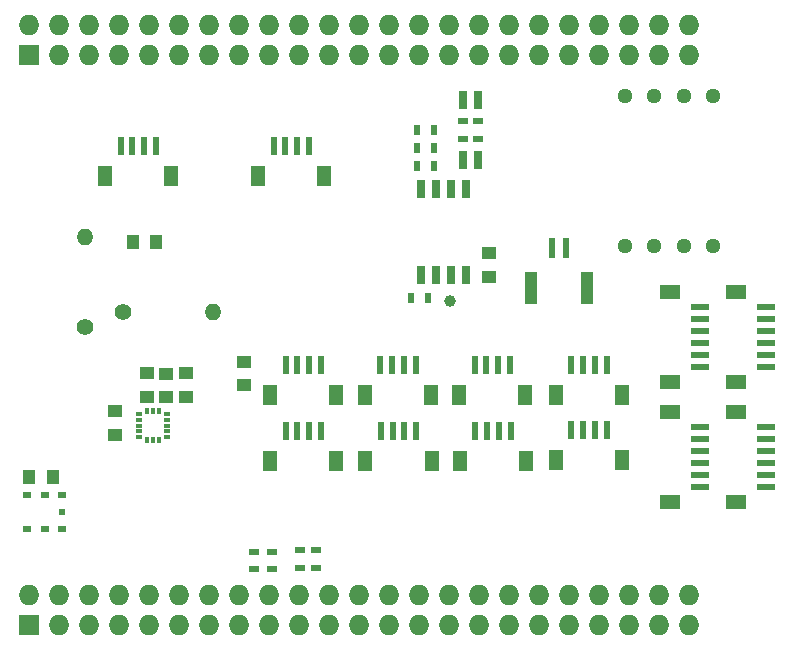
<source format=gbr>
G04 #@! TF.GenerationSoftware,KiCad,Pcbnew,(5.0.0)*
G04 #@! TF.CreationDate,2018-11-04T22:59:11-02:00*
G04 #@! TF.ProjectId,Cape_Beaglebone,436170655F426561676C65626F6E652E,rev?*
G04 #@! TF.SameCoordinates,Original*
G04 #@! TF.FileFunction,Soldermask,Top*
G04 #@! TF.FilePolarity,Negative*
%FSLAX46Y46*%
G04 Gerber Fmt 4.6, Leading zero omitted, Abs format (unit mm)*
G04 Created by KiCad (PCBNEW (5.0.0)) date 11/04/18 22:59:11*
%MOMM*%
%LPD*%
G01*
G04 APERTURE LIST*
%ADD10R,0.600000X1.800000*%
%ADD11R,1.000000X2.800000*%
%ADD12R,1.000000X1.250000*%
%ADD13O,1.400000X1.400000*%
%ADD14C,1.400000*%
%ADD15R,1.727200X1.727200*%
%ADD16O,1.727200X1.727200*%
%ADD17R,0.900000X0.500000*%
%ADD18R,0.600000X0.300000*%
%ADD19R,0.300000X0.600000*%
%ADD20R,0.650000X1.650000*%
%ADD21R,0.700000X0.600000*%
%ADD22R,0.500000X0.600000*%
%ADD23C,1.280000*%
%ADD24C,1.000000*%
%ADD25R,0.760000X1.600000*%
%ADD26R,1.250000X1.000000*%
%ADD27R,1.550000X0.600000*%
%ADD28R,1.800000X1.200000*%
%ADD29R,0.600000X1.550000*%
%ADD30R,1.200000X1.800000*%
%ADD31R,0.500000X0.900000*%
G04 APERTURE END LIST*
D10*
G04 #@! TO.C,J3*
X174235000Y-67940000D03*
X172985000Y-67940000D03*
D11*
X171260000Y-71290000D03*
X175960000Y-71290000D03*
G04 #@! TD*
D12*
G04 #@! TO.C,C34*
X139500000Y-67400000D03*
X137500000Y-67400000D03*
G04 #@! TD*
D13*
G04 #@! TO.C,L2*
X133500000Y-66980000D03*
D14*
X133500000Y-74600000D03*
G04 #@! TD*
D15*
G04 #@! TO.C,P8*
X128736296Y-99876004D03*
D16*
X128736296Y-97336004D03*
X131276296Y-99876004D03*
X131276296Y-97336004D03*
X133816296Y-99876004D03*
X133816296Y-97336004D03*
X136356296Y-99876004D03*
X136356296Y-97336004D03*
X138896296Y-99876004D03*
X138896296Y-97336004D03*
X141436296Y-99876004D03*
X141436296Y-97336004D03*
X143976296Y-99876004D03*
X143976296Y-97336004D03*
X146516296Y-99876004D03*
X146516296Y-97336004D03*
X149056296Y-99876004D03*
X149056296Y-97336004D03*
X151596296Y-99876004D03*
X151596296Y-97336004D03*
X154136296Y-99876004D03*
X154136296Y-97336004D03*
X156676296Y-99876004D03*
X156676296Y-97336004D03*
X159216296Y-99876004D03*
X159216296Y-97336004D03*
X161756296Y-99876004D03*
X161756296Y-97336004D03*
X164296296Y-99876004D03*
X164296296Y-97336004D03*
X166836296Y-99876004D03*
X166836296Y-97336004D03*
X169376296Y-99876004D03*
X169376296Y-97336004D03*
X171916296Y-99876004D03*
X171916296Y-97336004D03*
X174456296Y-99876004D03*
X174456296Y-97336004D03*
X176996296Y-99876004D03*
X176996296Y-97336004D03*
X179536296Y-99876004D03*
X179536296Y-97336004D03*
X182076296Y-99876004D03*
X182076296Y-97336004D03*
X184616296Y-99876004D03*
X184616296Y-97336004D03*
G04 #@! TD*
D14*
G04 #@! TO.C,L1*
X136661096Y-73371104D03*
D13*
X144281096Y-73371104D03*
G04 #@! TD*
D17*
G04 #@! TO.C,R17*
X166747396Y-57190604D03*
X166747396Y-58690604D03*
G04 #@! TD*
G04 #@! TO.C,R18*
X165477396Y-58690604D03*
X165477396Y-57190604D03*
G04 #@! TD*
D18*
G04 #@! TO.C,IC9*
X138019617Y-81965121D03*
X138019617Y-82465121D03*
X138019617Y-82965121D03*
X138019617Y-83465121D03*
X138019617Y-83965121D03*
D19*
X138719617Y-84165121D03*
X139219617Y-84165121D03*
X139719617Y-84165121D03*
D18*
X140419617Y-83965121D03*
X140419617Y-83465121D03*
X140419617Y-82965121D03*
X140419617Y-82465121D03*
X140419617Y-81965121D03*
D19*
X139719617Y-81765121D03*
X139219617Y-81765121D03*
X138719617Y-81765121D03*
G04 #@! TD*
D20*
G04 #@! TO.C,IC5*
X165731396Y-70251604D03*
X164461396Y-70251604D03*
X163191396Y-70251604D03*
X161921396Y-70251604D03*
X161921396Y-62901604D03*
X163191396Y-62901604D03*
X164461396Y-62901604D03*
X165731396Y-62901604D03*
G04 #@! TD*
D21*
G04 #@! TO.C,IC11*
X131549696Y-88826404D03*
X130049696Y-88826404D03*
X128549696Y-88826404D03*
X128549696Y-91726404D03*
X130049696Y-91726404D03*
X131549696Y-91726404D03*
D22*
X131549696Y-90276404D03*
G04 #@! TD*
D23*
G04 #@! TO.C,U1*
X186665896Y-67801604D03*
X184165896Y-67801604D03*
X181665896Y-67801604D03*
X179165896Y-67801604D03*
X179165896Y-55101604D03*
X181665896Y-55101604D03*
X184165896Y-55101604D03*
X186665896Y-55101604D03*
G04 #@! TD*
D24*
G04 #@! TO.C,J5*
X164334396Y-72418604D03*
G04 #@! TD*
D25*
G04 #@! TO.C,SW1*
X166747396Y-55400604D03*
X165477396Y-60480604D03*
X165477396Y-55400604D03*
X166747396Y-60480604D03*
G04 #@! TD*
D26*
G04 #@! TO.C,C33*
X146917396Y-77573104D03*
X146917396Y-79573104D03*
G04 #@! TD*
D27*
G04 #@! TO.C,J11*
X185535896Y-88126604D03*
X185535896Y-87126604D03*
X185535896Y-86126604D03*
X185535896Y-85126604D03*
X185535896Y-84126604D03*
X185535896Y-83126604D03*
D28*
X183010896Y-89426604D03*
X183010896Y-81826604D03*
G04 #@! TD*
D27*
G04 #@! TO.C,J4*
X185535896Y-77966604D03*
X185535896Y-76966604D03*
X185535896Y-75966604D03*
X185535896Y-74966604D03*
X185535896Y-73966604D03*
X185535896Y-72966604D03*
D28*
X183010896Y-79266604D03*
X183010896Y-71666604D03*
G04 #@! TD*
D27*
G04 #@! TO.C,J6*
X191123896Y-77966604D03*
X191123896Y-76966604D03*
X191123896Y-75966604D03*
X191123896Y-74966604D03*
X191123896Y-73966604D03*
X191123896Y-72966604D03*
D28*
X188598896Y-79266604D03*
X188598896Y-71666604D03*
G04 #@! TD*
D27*
G04 #@! TO.C,J16*
X191123896Y-88126604D03*
X191123896Y-87126604D03*
X191123896Y-86126604D03*
X191123896Y-85126604D03*
X191123896Y-84126604D03*
X191123896Y-83126604D03*
D28*
X188598896Y-89426604D03*
X188598896Y-81826604D03*
G04 #@! TD*
D29*
G04 #@! TO.C,J1*
X139475896Y-59289104D03*
X138475896Y-59289104D03*
X137475896Y-59289104D03*
X136475896Y-59289104D03*
D30*
X140775896Y-61814104D03*
X135175896Y-61814104D03*
G04 #@! TD*
D29*
G04 #@! TO.C,J2*
X152435896Y-59281604D03*
X151435896Y-59281604D03*
X150435896Y-59281604D03*
X149435896Y-59281604D03*
D30*
X153735896Y-61806604D03*
X148135896Y-61806604D03*
G04 #@! TD*
D29*
G04 #@! TO.C,J7*
X153451896Y-83411604D03*
X152451896Y-83411604D03*
X151451896Y-83411604D03*
X150451896Y-83411604D03*
D30*
X154751896Y-85936604D03*
X149151896Y-85936604D03*
G04 #@! TD*
D29*
G04 #@! TO.C,J8*
X153451896Y-77823604D03*
X152451896Y-77823604D03*
X151451896Y-77823604D03*
X150451896Y-77823604D03*
D30*
X154751896Y-80348604D03*
X149151896Y-80348604D03*
G04 #@! TD*
D29*
G04 #@! TO.C,J9*
X161516396Y-83411604D03*
X160516396Y-83411604D03*
X159516396Y-83411604D03*
X158516396Y-83411604D03*
D30*
X162816396Y-85936604D03*
X157216396Y-85936604D03*
G04 #@! TD*
D29*
G04 #@! TO.C,J10*
X161452896Y-77823604D03*
X160452896Y-77823604D03*
X159452896Y-77823604D03*
X158452896Y-77823604D03*
D30*
X162752896Y-80348604D03*
X157152896Y-80348604D03*
G04 #@! TD*
D29*
G04 #@! TO.C,J12*
X177645396Y-83348104D03*
X176645396Y-83348104D03*
X175645396Y-83348104D03*
X174645396Y-83348104D03*
D30*
X178945396Y-85873104D03*
X173345396Y-85873104D03*
G04 #@! TD*
D29*
G04 #@! TO.C,J13*
X169517396Y-83411604D03*
X168517396Y-83411604D03*
X167517396Y-83411604D03*
X166517396Y-83411604D03*
D30*
X170817396Y-85936604D03*
X165217396Y-85936604D03*
G04 #@! TD*
D29*
G04 #@! TO.C,J14*
X169453896Y-77823604D03*
X168453896Y-77823604D03*
X167453896Y-77823604D03*
X166453896Y-77823604D03*
D30*
X170753896Y-80348604D03*
X165153896Y-80348604D03*
G04 #@! TD*
D29*
G04 #@! TO.C,J15*
X177645396Y-77823604D03*
X176645396Y-77823604D03*
X175645396Y-77823604D03*
X174645396Y-77823604D03*
D30*
X178945396Y-80348604D03*
X173345396Y-80348604D03*
G04 #@! TD*
D15*
G04 #@! TO.C,P9*
X128736296Y-51616004D03*
D16*
X128736296Y-49076004D03*
X131276296Y-51616004D03*
X131276296Y-49076004D03*
X133816296Y-51616004D03*
X133816296Y-49076004D03*
X136356296Y-51616004D03*
X136356296Y-49076004D03*
X138896296Y-51616004D03*
X138896296Y-49076004D03*
X141436296Y-51616004D03*
X141436296Y-49076004D03*
X143976296Y-51616004D03*
X143976296Y-49076004D03*
X146516296Y-51616004D03*
X146516296Y-49076004D03*
X149056296Y-51616004D03*
X149056296Y-49076004D03*
X151596296Y-51616004D03*
X151596296Y-49076004D03*
X154136296Y-51616004D03*
X154136296Y-49076004D03*
X156676296Y-51616004D03*
X156676296Y-49076004D03*
X159216296Y-51616004D03*
X159216296Y-49076004D03*
X161756296Y-51616004D03*
X161756296Y-49076004D03*
X164296296Y-51616004D03*
X164296296Y-49076004D03*
X166836296Y-51616004D03*
X166836296Y-49076004D03*
X169376296Y-51616004D03*
X169376296Y-49076004D03*
X171916296Y-51616004D03*
X171916296Y-49076004D03*
X174456296Y-51616004D03*
X174456296Y-49076004D03*
X176996296Y-51616004D03*
X176996296Y-49076004D03*
X179536296Y-51616004D03*
X179536296Y-49076004D03*
X182076296Y-51616004D03*
X182076296Y-49076004D03*
X184616296Y-51616004D03*
X184616296Y-49076004D03*
G04 #@! TD*
D26*
G04 #@! TO.C,C8*
X167636396Y-68370604D03*
X167636396Y-70370604D03*
G04 #@! TD*
G04 #@! TO.C,C9*
X136030000Y-83740000D03*
X136030000Y-81740000D03*
G04 #@! TD*
G04 #@! TO.C,C17*
X138690175Y-80552121D03*
X138690175Y-78552121D03*
G04 #@! TD*
G04 #@! TO.C,C18*
X140354975Y-78563167D03*
X140354975Y-80563167D03*
G04 #@! TD*
G04 #@! TO.C,C22*
X142005975Y-80552121D03*
X142005975Y-78552121D03*
G04 #@! TD*
D12*
G04 #@! TO.C,C23*
X128744896Y-87291904D03*
X130744896Y-87291904D03*
G04 #@! TD*
D31*
G04 #@! TO.C,R7*
X163052396Y-57940604D03*
X161552396Y-57940604D03*
G04 #@! TD*
G04 #@! TO.C,R8*
X161552396Y-59464604D03*
X163052396Y-59464604D03*
G04 #@! TD*
G04 #@! TO.C,R9*
X163052396Y-60988604D03*
X161552396Y-60988604D03*
G04 #@! TD*
D17*
G04 #@! TO.C,R10*
X151686296Y-93526004D03*
X151686296Y-95026004D03*
G04 #@! TD*
D31*
G04 #@! TO.C,R11*
X162544396Y-72164604D03*
X161044396Y-72164604D03*
G04 #@! TD*
D17*
G04 #@! TO.C,R12*
X152986296Y-95026004D03*
X152986296Y-93526004D03*
G04 #@! TD*
G04 #@! TO.C,R15*
X147766296Y-95153004D03*
X147766296Y-93653004D03*
G04 #@! TD*
G04 #@! TO.C,R16*
X149284896Y-93639604D03*
X149284896Y-95139604D03*
G04 #@! TD*
M02*

</source>
